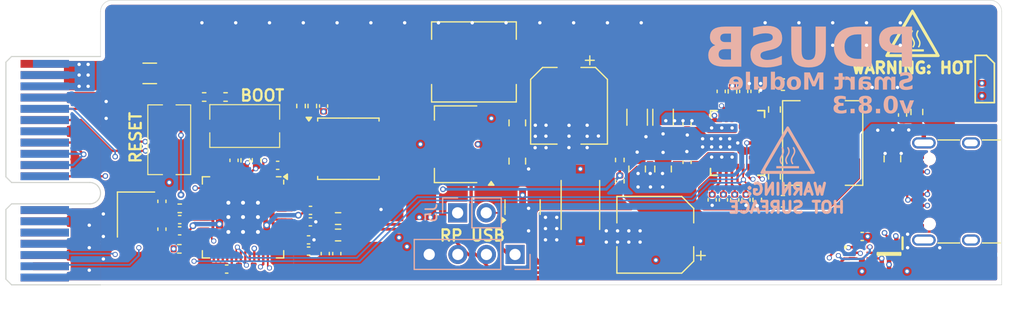
<source format=kicad_pcb>
(kicad_pcb (version 20240108) (generator "pcbnew") (generator_version "8.0")
  (title_block (date "2024-06-29") (rev "v0.8.3"))
  (layers (0 "F.Cu" signal) (1 "In1.Cu" power) (2 "In2.Cu" power) (31 "B.Cu" signal) (34 "B.Paste" user) (35 "F.Paste" user) (36 "B.SilkS" user "B.Silkscreen") (37 "F.SilkS" user "F.Silkscreen") (38 "B.Mask" user) (39 "F.Mask" user) (44 "Edge.Cuts" user))
  (net 0 "")
  (net 1 "VCC")
  (net 2 "GND")
  (net 3 "Net-(C3-Pad1)")
  (net 4 "VIN")
  (net 5 "IMON")
  (net 6 "VBUS")
  (net 7 "Net-(U4-ICOMP)")
  (net 8 "GNDUSB")
  (net 9 "D-")
  (net 10 "D+")
  (net 11 "CC1")
  (net 12 "CC2")
  (net 13 "Net-(C18-Pad1)")
  (net 14 "LED_DIN")
  (net 15 "+5V")
  (net 16 "Net-(C23-Pad2)")
  (net 17 "SCL")
  (net 18 "ENABLE")
  (net 19 "SDA")
  (net 20 "VDD")
  (net 21 "OVERLOAD")
  (net 22 "ALERT")
  (net 24 "/INDUCTOR")
  (net 25 "/OUTDUCTOR")
  (net 26 "/EMI_VIN")
  (net 27 "/XIN")
  (net 28 "+1V1")
  (net 29 "RP_D-")
  (net 30 "MPQ_D+")
  (net 31 "/SWCLK")
  (net 32 "/SWD")
  (net 33 "/QSPI_SS")
  (net 34 "/XOUT")
  (net 35 "/QSPI_SD1")
  (net 36 "/QSPI_SD2")
  (net 37 "/QSPI_SD3")
  (net 38 "/QSPI_SD0")
  (net 39 "/QSPI_SCLK")
  (net 40 "/GPIO18")
  (net 41 "/GPIO15")
  (net 42 "/GPIO7")
  (net 43 "/GPIO25")
  (net 44 "/GPIO3")
  (net 45 "/GPIO11")
  (net 46 "/GPIO2")
  (net 47 "/GPIO0")
  (net 48 "/RUN")
  (net 49 "/GPIO8")
  (net 50 "/GPIO16")
  (net 51 "/GPIO20")
  (net 52 "/GPIO19")
  (net 53 "/GPIO14")
  (net 54 "/GPIO17")
  (net 55 "Net-(U4-BST1)")
  (net 56 "/GPIO6")
  (net 57 "/GPIO13")
  (net 58 "/GPIO10")
  (net 59 "/GPIO21")
  (net 60 "/GPIO23")
  (net 61 "/GPIO9")
  (net 62 "Net-(U3-USB_DP)")
  (net 63 "Net-(U3-USB_DM)")
  (net 65 "/VIN_PREFUSE")
  (net 66 "Net-(U4-BST2)")
  (net 67 "VIN_DIVIDER")
  (net 68 "VOUT_DIVIDER")
  (net 69 "RP_D+")
  (net 70 "MPQ_D-")
  (net 71 "Net-(J4-SHIELD)")
  (net 80 "unconnected-(J2-~{WAKE}-PadB11)")
  (net 85 "Net-(J5-Pin_2)")
  (net 86 "Net-(R4-Pad1)")
  (net 87 "/GPIO27_ADC1")
  (net 88 "Net-(R1-Pad2)")
  (net 89 "+3.3V")
  (net 91 "Net-(U4-GPIO1)")
  (footprint "Capacitor_SMD:C_0402_1005Metric" (layer "F.Cu") (at 92.1 33.1 90)
    (property "Reference" "C7" (hide yes))
    (property "Value" "2.2uF")
  )
  (footprint "Connector_USB:USB_C_Receptacle_XKB_U262-16XN-4BVC11" (layer "F.Cu") (at 110.2 42 90)
    (property "Reference" "J4" (hide yes))
    (property "Value" "USB_C_Receptacle_USB2.0_14P")
  )
  (footprint "Resistor_SMD:R_0603_1608Metric" (layer "F.Cu") (at 106.47 34.93 90)
    (property "Reference" "R18" (hide yes))
    (property "Value" "100K")
  )
  (footprint "Capacitor_SMD:C_1206_3216Metric" (layer "F.Cu") (at 81.64 35.4 -90)
    (property "Reference" "C13" (hide yes))
    (property "Value" "4.7uF")
  )
  (footprint "Resistor_SMD:R_0402_1005Metric" (layer "F.Cu") (at 51.8 34.4 -90)
    (property "Reference" "R1" (hide yes))
    (property "Value" "1K")
  )
  (footprint "Capacitor_SMD:C_0402_1005Metric" (layer "F.Cu") (at 41.03 44.5 180)
    (property "Reference" "C25" (hide yes))
    (property "Value" "100nF")
  )
  (footprint "Local Library:XKB_TS-1101_SWITCH" (layer "F.Cu") (at 46.8 36.18)
    (property "Reference" "SW1" (hide yes))
    (property "Value" "RESET")
  )
  (footprint "Package_TO_SOT_SMD:SOT-23" (layer "F.Cu") (at 71.46791 43.388492 90)
    (property "Reference" "Q1" (hide yes))
    (property "Value" "2N7002")
  )
  (footprint "Inductor_SMD:L_Sunlord_MWSA0603S" (layer "F.Cu") (at 98.11 37.69 -90)
    (property "Reference" "L2" (hide yes))
    (property "Value" "4.7uH")
  )
  (footprint "Resistor_SMD:R_0402_1005Metric" (layer "F.Cu") (at 80.1 39.2 90)
    (property "Reference" "R17" (hide yes))
    (property "Value" "3.3K")
  )
  (footprint "Capacitor_SMD:C_0402_1005Metric" (layer "F.Cu") (at 86.07 36 -90)
    (property "Reference" "C14" (hide yes))
    (property "Value" "100nF")
  )
  (footprint "Resistor_SMD:R_0402_1005Metric" (layer "F.Cu") (at 41 47.1)
    (property "Reference" "R4" (hide yes))
    (property "Value" "1K")
  )
  (footprint "Capacitor_SMD:C_0402_1005Metric" (layer "F.Cu") (at 39.45 45.35 -90)
    (property "Reference" "C3" (hide yes))
    (property "Value" "39pF")
  )
  (footprint "Capacitor_SMD:C_0402_1005Metric" (layer "F.Cu") (at 91.3 42.75 -90)
    (property "Reference" "C33" (hide yes))
    (property "Value" "470pF")
  )
  (footprint "Local Library:HOT_SURFACE_SMALL" (layer "F.Cu") (at 106.25 30.15)
    (property "Reference" "REF**" (hide yes))
    (property "Value" "HOT_SURFACE_SMALL")
  )
  (footprint "Resistor_SMD:R_0402_1005Metric" (layer "F.Cu") (at 92.3 42.75 -90)
    (property "Reference" "R5" (hide yes))
    (property "Value" "10K")
  )
  (footprint "Capacitor_SMD:CP_Elec_6.3x7.7" (layer "F.Cu") (at 83.25 45.85 180)
    (property "Reference" "C29" (hide yes))
    (property "Value" "100uF")
  )
  (footprint "Capacitor_SMD:C_0402_1005Metric" (layer "F.Cu") (at 54.975 47.525 90)
    (property "Reference" "C30" (hide yes))
    (property "Value" "100nF")
  )
  (footprint "Capacitor_SMD:C_0402_1005Metric" (layer "F.Cu") (at 101.62 46)
    (property "Reference" "C36" (hide yes))
    (property "Value" "470pF")
  )
  (footprint "Package_TO_SOT_SMD:SOT-223-3_TabPin2" (layer "F.Cu") (at 65.55 37.8 180)
    (property "Reference" "U1" (hide yes))
    (property "Value" "AMS1117-3.3")
  )
  (footprint "Resistor_SMD:R_0603_1608Metric" (layer "F.Cu") (at 93.83 34.71 90)
    (property "Reference" "R7" (hide yes))
    (property "Value" "10R")
  )
  (footprint "Capacitor_SMD:C_0402_1005Metric" (layer "F.Cu") (at 52.47 47.3)
    (property "Reference" "C16" (hide yes))
    (property "Value" "2.2uF")
  )
  (footprint "Capacitor_SMD:C_0402_1005Metric" (layer "F.Cu") (at 52.64 43.68)
    (property "Reference" "C6" (hide yes))
    (property "Value" "100nF")
  )
  (footprint "Capacitor_SMD:C_0402_1005Metric" (layer "F.Cu") (at 52.63 44.7)
    (property "Reference" "C15" (hide yes))
    (property "Value" "100nF")
  )
  (footprint "Capacitor_SMD:C_0402_1005Metric" (layer "F.Cu") (at 41.025 45.5 180)
    (property "Reference" "C9" (hide yes))
    (property "Value" "100nF")
  )
  (footprint "Capacitor_SMD:C_0805_2012Metric" (layer "F.Cu") (at 71 35.9 -90)
    (property "Reference" "C1" (hide yes))
    (property "Value" "10uF")
  )
  (footprint "Resistor_SMD:R_0402_1005Metric" (layer "F.Cu") (at 47.85 39.23 -90)
    (property "Reference" "R11" (hide yes))
    (property "Value" "10K")
  )
  (footprint "Resistor_SMD:R_0402_1005Metric" (layer "F.Cu") (at 80.1 41.09 90)
    (property "Reference" "R16" (hide yes))
    (property "Value" "22K")
  )
  (footprint "Local Library:TS3USB3000RSER" (layer "F.Cu") (at 101.6 47.7)
    (property "Reference" "U5" (hide yes))
    (property "Value" "TS3USB3000RSER" (hide yes))
  )
  (footprint "Resistor_SMD:R_0402_1005Metric" (layer "F.Cu") (at 43.2 33.6)
    (property "Reference" "R14" (hide yes))
    (property "Value" "22K")
  )
  (footprint "Capacitor_SMD:C_0402_1005Metric" (layer "F.Cu") (at 49.725 39.675)
    (property "Reference" "C17" (hide yes))
    (property "Value" "100nF")
  )
  (footprint "Capacitor_SMD:C_0402_1005Metric" (layer "F.Cu") (at 86.07 39.4 90)
    (property "Reference" "C26" (hide yes))
    (property "Value" "100nF")
  )
  (footprint "Capacitor_SMD:C_0402_1005Metric" (layer "F.Cu") (at 105.2 35.2 90)
    (property "Reference" "C35" (hide yes))
    (property "Value" "100nF")
  )
  (footprint "Connector_PCBEdge:BUS_PCIexpress_x1" (layer "F.Cu") (at 29.05 30.65 -90)
    (property "Reference" "J2" (hide yes))
    (property "Value" "Bus_PCI_Express_x1")
    (fp_line (start -0.15 3.45) (end 10.05 3.45) (stroke (width 0.1)) (layer "Edge.Cuts"))
    (fp_line (start 12.95 3.45) (end 19.15 3.45) (stroke (width 0.1)) (layer "Edge.Cuts"))
    (fp_line (start -0.65 2.95) (end -0.15 3.45) (stroke (width 0.1)) (layer "Edge.Cuts"))
    (fp_line (start 10.55 2.95) (end 10.05 3.45) (stroke (width 0.1)) (layer "Edge.Cuts"))
    (fp_line (start 12.45 2.95) (end 12.95 3.45) (stroke (width 0.1)) (layer "Edge.Cuts"))
    (fp_line (start 19.65 2.95) (end 19.15 3.45) (stroke (width 0.1)) (layer "Edge.Cuts"))
    (fp_line (start 10.55 -4) (end 10.55 2.95) (stroke (width 0.1)) (layer "Edge.Cuts"))
    (fp_line (start 12.45 -4) (end 12.45 2.95) (stroke (width 0.1)) (layer "Edge.Cuts"))
    (fp_line (start -0.65 -4.95) (end -0.65 2.95) (stroke (width 0.1)) (layer "Edge.Cuts"))
    (fp_line (start 19.65 -4.95) (end 19.65 2.95) (stroke (width 0.1)) (layer "Edge.Cuts"))
    (fp_arc (start 10.55 -4) (mid 11.5 -4.95) (end 12.45 -4) (stroke (width 0.1)) (layer "Edge.Cuts"))
  )
  (footprint "Capacitor_SMD:C_0805_2012Metric" (layer "F.Cu") (at 104.3 39.1 -90)
    (property "Reference" "C28" (hide yes))
    (property "Value" "10uF")
  )
  (footprint "Capacitor_SMD:C_0402_1005Metric" (layer "F.Cu") (at 90.3 42.75 -90)
    (property "Reference" "C31" (hide yes))
    (property "Value" "470pF")
  )
  (footprint "Resistor_SMD:R_0402_1005Metric" (layer "F.Cu") (at 46.85 39.23 -90)
    (property "Reference" "R13" (hide yes))
    (property "Value" "10K")
  )
  (footprint "Capacitor_SMD:C_0805_2012Metric" (layer "F.Cu") (at 81.64 40 90)
    (property "Reference" "C21" (hide yes))
    (property "Value" "10uF")
  )
  (footprint "Local Library:MPQ4242_QNF-22_4mmx5mm" (layer "F.Cu") (at 90.55 37.685)
    (property "Reference" "U4" (hide yes))
    (property "Value" "MPQ4242")
  )
  (footprint "Fuse:Fuse_1206_3216Metric" (layer "F.Cu") (at 38.37 31.5 180)
    (property "Reference" "F1" (hide yes))
    (property "Value" "5A")
  )
  (footprint "Capacitor_SMD:C_0402_1005Metric" (layer "F.Cu") (at 89.3 42.75 -90)
    (property "Reference" "C32" (hide yes))
    (property "Value" "470pF")
  )
  (footprint "Capacitor_SMD:C_0805_2012Metric" (layer "F.Cu") (at 83.94 40 90)
    (property "Reference" "C24" (hide yes))
    (property "Value" "10uF")
  )
  (footprint "Capacitor_SMD:C_0402_1005Metric" (layer "F.Cu") (at 88.3 42.75 -90)
    (property "Reference" "C34" (hide yes))
    (property "Value" "470pF")
  )
  (footprint "Capacitor_SMD:C_0402_1005Metric" (layer "F.Cu") (at 91.1 33.1 90)
    (property "Reference" "C8" (hide yes))
    (property "Value" "470pF")
  )
  (footprint "Capacitor_SMD:CP_Elec_6.3x7.7" (layer "F.Cu") (at 75.59 34.38 -90)
    (property "Reference" "C11" (hide yes))
    (property "Value" "100uF")
  )
  (footprint "Package_DFN_QFN:QFN-56-1EP_7x7mm_P0.4mm_EP3.2x3.2mm" (layer "F.Cu") (at 46.65 44.3 -90)
    (property "Reference" "U3" (hide yes))
    (property "Value" "RP2040")
  )
  (footprint "Crystal:Crystal_SMD_3225-4Pin_3.2x2.5mm" (layer "F.Cu") (at 37.15 44.05 -90)
    (property "Reference" "Y1" (hide yes))
    (property "Value" "X322512MSB4SI")
  )
  (footprint "Capacitor_SMD:C_0805_2012Metric" (layer "F.Cu") (at 71 39.3 -90)
    (property "Reference" "C4" (hide yes))
    (property "Value" "10uF")
  )
  (footprint "Resistor_SMD:R_0402_1005Metric" (layer "F.Cu") (at 52.8 34.4 -90)
    (property "Reference" "R2" (hide yes))
    (property "Value" "10K")
  )
  (footprint "Resistor_SMD:R_0402_1005Metric" (layer "F.Cu") (at 90.1 33.1 -90)
    (property "Reference" "R8" (hide yes))
    (property "Value" "4.7K")
  )
  (footprint "Resistor_SMD:R_0603_1608Metric" (layer "F.Cu") (at 93.83 40.66 90)
    (property "Reference" "R12" (hide yes))
    (property "Value" "0R")
  )
  (footprint "Local Library:LED_Neopixel_Side_Light_SK6812" (layer "F.Cu") (at 112.25 33.5 90)
    (property "Reference" "D2" (hide yes))
    (property "Value" "STATUS_LED")
  )
  (footprint "Capacitor_SMD:C_0603_1608Metric" (layer "F.Cu") (at 94.58 42.87 180)
    (property "Reference" "C23" (hide yes))
    (property "Value" "220nF")
  )
  (footprint "Capacitor_SMD:C_1206_3216Metric" (layer "F.Cu") (at 83.94 35.4 -90)
    (property "Reference" "C12" (hide yes))
    (property "Value" "4.7uF")
  )
  (footprint "Capacitor_SMD:C_0402_1005Metric" (layer "F.Cu") (at 45.2 48.9 180)
    (property "Reference" "C20" (hide yes))
    (property "Value" "100nF")
  )
  (footprint "Resistor_SMD:R_0603_1608Metric" (layer "F.Cu") (at 55.09 45.87 180)
    (property "Reference" "R10" (hide yes))
    (property "Value" "27R")
  )
  (footprint "Capacitor_SMD:C_0402_1005Metric" (layer "F.Cu") (at 52.47 46.3)
    (property "Reference" "C10" (hide yes))
    (property "Value" "2.2uF")
  )
  (footprint "Resistor_SMD:R_2512_6332Metric" (layer "F.Cu") (at 76.6 43.2 -90)
    (property "Reference" "R6" (hide yes))
    (property "Value" "R010")
  )
  (footprint "Capacitor_SMD:C_0402_1005Metric" (layer "F.Cu") (at 53.95 47.525 90)
    (property "Reference" "C27" (hide yes))
    (property "Value" "100nF")
  )
  (footprint "Package_SO:SOIC-8_5.23x5.23mm_P1.27mm" (layer "F.Cu") (at 56 38.2)
    (property "Reference" "U2" (hide yes))
    (property "Value" "W25Q32JVSSIQ")
  )
  (footprint "Resistor_SMD:R_0603_1608Metric" (layer "F.Cu") (at 55.09 44.41 180)
    (property "Reference" "R9" (hide yes))
    (property "Value" "27R")
  )
  (footprint "Resistor_SMD:R_0402_1005Metric" (layer "F.Cu") (at 45.1 33.6)
    (property "Reference" "R15" (hide yes))
    (property "Value" "2K")
  )
  (footprint "Local Library:XKB_TS-1101_SWITCH" (layer "F.Cu") (at 40.1 37.4 -90)
    (property "Reference" "SW2" (hide yes))
    (property "Value" "RESET")
  )
  (footprint "Capacitor_SMD:C_0402_1005Metric" (layer "F.Cu") (at 53.8 34.4 90)
    (property "Reference" "C5" (hide yes))
    (property "Value" "100nF")
  )
  (footprint "Capacitor_SMD:C_0603_1608Metric" (layer "F.Cu") (at 94.58 32.5)
    (property "Reference" "C18" (hide yes))
    (property "Value" "220nF")
  )
  (footprint "Capacitor_SMD:C_0402_1005Metric" (layer "F.Cu") (at 89.1 33.1 -90)
    (property "Reference" "C19" (hide yes))
    (property "Value" "4.7nF")
  )
  (footprint "Local Library:SOT65P210X110-6N" (layer "F.Cu") (at 104 47.55 -90)
    (property "Reference" "D1" (hide yes))
    (property "Value" "SZESD1L001W1T2G" (hide yes))
  )
  (footprint "Inductor_SMD:L_Sunlord_MWSA0603S" (layer "F.Cu") (at 67.15 30.48)
    (property "Reference" "L1" (hide yes))
    (property "Value" "4.7uH")
  )
  (footprint "Resistor_SMD:R_0402_1005Metric" (layer "F.Cu") (at 41.03 43.5 180)
    (property "Reference" "R3" (hide yes))
    (property "Value" "1K")
  )
  (footprint "Capacitor_SMD:C_0402_1005Metric" (layer "F.Cu") (at 45.85 39.23 90)
    (property "Reference" "C22" (hide yes))
    (property "Value" "100nF")
  )
  (footprint "Capacitor_SMD:C_0402_1005Metric" (layer "F.Cu") (at 39.45 42.875 90)
    (property "Reference" "C2" (hide yes))
    (property "Value" "39pF")
  )
  (footprint "Local Library:HOT_SURFACE_SMALL" (layer "B.Cu") (at 94.832759 40.534249 180)
    (property "Reference" "REF**" (hide yes))
    (property "Value" "HOT_SURFACE_SMALL")
  )
  (footprint "Connector_PinHeader_2.54mm:PinHeader_1x02_P2.54mm_Vertical" (layer "B.Cu") (at 65.7 43.9 -90)
    (property "Reference" "J5")
    (property "Value" "USB_SW")
  )
  (footprint "Connector_PinHeader_2.54mm:PinHeader_1x04_P2.54mm_Vertical" (layer "B.Cu") (at 70.8 47.6 90)
    (property "Reference" "J3" (hide yes))
    (property "Value" "RP_USB")
  )
  (gr_arc (start 34 26) (mid 34.292893 25.292893) (end 35 25) (stroke (width 0.05)) (layer "Edge.Cuts"))
  (gr_arc (start 113 25) (mid 113.707107 25.292893) (end 114 26) (stroke (width 0.05)) (layer "Edge.Cuts"))
  (gr_line (start 35 25) (end 113 25) (stroke (width 0.05)) (layer "Edge.Cuts"))
  (gr_line (start 114 26) (end 114 50.3) (stroke (width 0.05)) (layer "Edge.Cuts"))
  (gr_line (start 114 50.3) (end 34 50.3) (stroke (width 0.05)) (layer "Edge.Cuts"))
  (gr_line (start 34 26) (end 34 30) (stroke (width 0.05)) (layer "Edge.Cuts"))
  (gr_text "WARNING:\nHOT SURFACE" (at 94.9 44 0) (layer "B.SilkS") (effects (font (size 1 1) (thickness 0.25) (bold yes)) (justify bottom mirror)))
  (gr_text "${REVISION}" (at 106.25 35.3 0) (layer "B.SilkS") (effects (font (size 1.5 1.5) (thickness 0.3) (bold yes)) (justify left bottom mirror)))
  (gr_text "Smart Module" (at 106.25 33.2 0) (layer "B.SilkS") (effects (font (size 1.5 1.5) (thickness 0.3) (bold yes)) (justify left bottom mirror)))
  (gr_text "PDUSB" (at 106.5 31.5 0) (layer "B.SilkS") (effects (font (size 3.5 3.5) (thickness 0.2) (bold yes)) (justify left bottom mirror)))
  (gr_text "BOOT" (at 46.3 34.05 0) (layer "F.SilkS") (effects (font (size 1 1) (thickness 0.2) (bold yes)) (justify left bottom)))
  (gr_text "RP USB" (at 64 46.5 -0) (layer "F.SilkS") (effects (font (size 1 1) (thickness 0.2) (bold yes)) (justify left bottom)))
  (gr_text "WARNING: HOT" (at 106.05 31.6 0) (layer "F.SilkS") (effects (font (size 1 1) (thickness 0.25) (bold yes)) (justify bottom)))
  (gr_text "RESET" (at 37.7 39.6 90) (layer "F.SilkS") (effects (font (size 1 1) (thickness 0.2) (bold yes)) (justify left bottom)))
  (segment (start 91.05 35.36) (end 91.05 34.63) (width 0.25) (layer "F.Cu") (net 1))
  (segment (start 91.05 34.63) (end 92.1 33.58) (width 0.25) (layer "F.Cu") (net 1))
  (segment (start 83.94 36.875) (end 83.94 36.88) (width 0.2) (layer "F.Cu") (net 2))
  (segment (start 81.64 38.525) (end 81.64 38.5) (width 0.2) (layer "F.Cu") (net 2))
  (segment (start 86.07 36.96) (end 86.09 36.98) (width 0.2) (layer "F.Cu") (net 2))
  (segment (start 89.13 34.38) (end 89.13 34.39) (width 0.25) (layer "F.Cu") (net 2))
  (segment (start 86.07 38.45) (end 86.05 38.45) (width 0.2) (layer "F.Cu") (net 2))
  (segment (start 86.07 36.95) (end 86.07 36.96) (width 0.2) (layer "F.Cu") (net 2))
  (segment (start 89.55 34.81) (end 89.55 35.36) (width 0.25) (layer "F.Cu") (net 2))
  (segment (start 89.13 34.39) (end 89.55 34.81) (width 0.25) (layer "F.Cu") (net 2))
  (via (at 105.6 49.1) (size 0.5) (drill 0.3) (layers "F.Cu" "B.Cu") (net 2))
  (via (at 45.35 45.6) (size 0.6) (drill 0.35) (layers "F.Cu" "B.Cu") (net 2))
  (via (at 92.6 32.4) (size 0.45) (drill 0.3) (layers "F.Cu" "B.Cu") (net 2))
  (via (at 72.6 36.11) (size 0.5) (drill 0.3) (layers "F.Cu" "B.Cu") (net 2))
  (via (at 52.95 46.3) (size 0.5) (drill 0.3) (layers "F.Cu" "B.Cu") (net 2))
  (via (at 99 29) (size 0.5) (drill 0.3) (layers "F.Cu" "B.Cu") (net 2))
  (via (at 105 27) (size 0.5) (drill 0.3) (layers "F.Cu" "B.Cu") (net 2))
  (via (at 99 27) (size 0.5) (drill 0.3) (layers "F.Cu" "B.Cu") (net 2))
  (via (at 52 27) (size 0.5) (drill 0.3) (layers "F.Cu" "B.Cu") (net 2))
  (via (at 70 27) (size 0.5) (drill 0.3) (layers "F.Cu" "B.Cu") (net 2))
  (via (at 91.6 32.4) (size 0.45) (drill 0.3) (layers "F.Cu" "B.Cu") (net 2))
  (via (at 86.09 36.98) (size 0.5) (drill 0.3) (layers "F.Cu" "B.Cu") (net 2))
  (via (at 67 27) (size 0.5) (drill 0.3) (layers "F.Cu" "B.Cu") (net 2))
  (via (at 72 45.5) (size 0.5) (drill 0.3) (layers "F.Cu" "B.Cu") (net 2))
  (via (at 73 27) (size 0.5) (drill 0.3) (layers "F.Cu" "B.Cu") (net 2))
  (via (at 104.75 32.75) (size 0.45) (drill 0.3) (layers "F.Cu" "B.Cu") (net 2))
  (via (at 72 43.5) (size 0.5) (drill 0.3) (layers "F.Cu" "B.Cu") (net 2))
  (via (at 73.55 36.11) (size 0.5) (drill 0.3) (layers "F.Cu" "B.Cu") (net 2))
  (via (at 92.6 33) (size 0.45) (drill 0.3) (layers "F.Cu" "B.Cu") (net 2))
  (via (at 87.45 37.315) (size 0.45) (drill 0.3) (layers "F.Cu" "B.Cu") (net 2))
  (via (at 76 27) (size 0.5) (drill 0.3) (layers "F.Cu" "B.Cu") (net 2))
  (via (at 46.65 43) (size 0.6) (drill 0.35) (layers "F.Cu" "B.Cu") (net 2))
  (via (at 89.85 37.315) (size 0.45) (drill 0.3) (layers "F.Cu" "B.Cu") (net 2))
  (via (at 86.05 38.45) (size 0.5) (drill 0.3) (layers "F.Cu" "B.Cu") (net 2))
  (via (at 102 27) (size 0.5) (drill 0.3) (layers "F.Cu" "B.Cu") (net 2))
  (via (at 77.2 37.09) (size 0.5) (drill 0.3) (layers "F.Cu" "B.Cu") (net 2))
  (via (at 96 27) (size 0.5) (drill 0.3) (layers "F.Cu" "B.Cu") (net 2))
  (via (at 34.25 48) (size 0.5) (drill 0.3) (layers "F.Cu" "B.Cu") (net 2))
  (via (at 102.1 46) (size 0.5) (drill 0.3) (layers "F.Cu" "B.Cu") (net 2))
  (via (at 61 27) (size 0.5) (drill 0.3) (layers "F.Cu" "B.Cu") (net 2))
  (via (at 102.5 32.75) (size 0.45) (drill 0.3) (layers "F.Cu" "B.Cu") (net 2))
  (via (at 34.25 44) (size 0.5) (drill 0.3) (layers "F.Cu" "B.Cu") (net 2))
  (via (at 46 27) (size 0.5) (drill 0.3) (layers "F.Cu" "B.Cu") (net 2))
  (via (at 72.6 37.09) (size 0.5) (drill 0.3) (layers "F.Cu" "B.Cu") (net 2))
  (via (at 90.57 37.685) (size 0.45) (drill 0.3) (layers "F.Cu" "B.Cu") (net 2))
  (via (at 78.2 37.07) (size 0.5) (drill 0.3) (layers "F.Cu" "B.Cu") (net 2))
  (via (at 81.64 38.5) (size 0.5) (drill 0.3) (layers "F.Cu" "B.Cu") (net 2))
  (via (at 101.6 49.1) (size 0.5) (drill 0.3) (layers "F.Cu" "B.Cu") (net 2))
  (via (at 105 29) (size 0.5) (drill 0.3) (layers "F.Cu" "B.Cu") (net 2))
  (via (at 82 27) (size 0.5) (drill 0.3) (layers "F.Cu" "B.Cu") (net 2))
  (via (at 89.13 34.38) (size 0.45) (drill 0.3) (layers "F.Cu" "B.Cu") (net 2))
  (via (at 72.58 38.11) (size 0.5) (drill 0.3) (layers "F.Cu" "B.Cu") (net 2))
  (via (at 82.42 37.13) (size 0.5) (drill 0.3) (layers "F.Cu" "B.Cu") (net 2))
  (via (at 89.05 38.04) (size 0.45) (drill 0.3) (layers "F.Cu" "B.Cu") (net 2))
  (via (at 58 27) (size 0.5) (drill 0.3) (layers "F.Cu" "B.Cu") (net 2))
  (via (at 47.975 43) (size 0.6) (drill 0.35) (layers "F.Cu" "B.Cu") (net 2))
  (via (at 75.59 36.12) (size 0.5) (drill 0.3) (layers "F.Cu" "B.Cu") (net 2))
  (via (at 43 27) (size 0.5) (drill 0.3) (layers "F.Cu" "B.Cu") (net 2))
  (via (at 33 45) (size 0.5) (drill 0.3) (layers "F.Cu" "B.Cu") (net 2))
  (via (at 89.05 37.315) (size 0.45) (drill 0.3) (layers "F.Cu" "B.Cu") (net 2))
  (via (at 64 27) (size 0.5) (drill 0.3) (layers "F.Cu" "B.Cu") (net 2))
  (via (at 55 27) (size 0.5) (drill 0.3) (layers "F.Cu" "B.Cu") (net 2))
  (via (at 77.2 38.1) (size 0.5) (drill 0.3) (layers "F.Cu" "B.Cu") (net 2))
  (via (at 77.2 36.11) (size 0.5) (drill 0.3) (layers "F.Cu" "B.Cu") (net 2))
  (via (at 93 27) (size 0.5) (drill 0.3) (layers "F.Cu" "B.Cu") (net 2))
  (via (at 73.55 38.11) (size 0.5) (drill 0.3) (layers "F.Cu" "B.Cu") (net 2))
  (via (at 58.9 43.6) (size 0.5) (drill 0.3) (layers "F.Cu" "B.Cu") (net 2))
  (via (at 33 49) (size 0.5) (drill 0.3) (layers "F.Cu" "B.Cu") (net 2))
  (via (at 87.45 38.04) (size 0.45) (drill 0.3) (layers "F.Cu" "B.Cu") (net 2))
  (via (at 88.3 43.23) (size 0.45) (drill 0.3) (layers "F.Cu" "B.Cu") (net 2))
  (via (at 75.59 37.08) (size 0.5) (drill 0.3) (layers "F.Cu" "B.Cu") (net 2))
  (via (at 34.5 35.5) (size 0.5) (drill 0.3) (layers "F.Cu" "B.Cu") (net 2))
  (via (at 88.25 37.315) (size 0.45) (drill 0.3) (layers "F.Cu" "B.Cu") (net 2))
  (via (at 73.54 37.08) (size 0.5) (drill 0.3) (layers "F.Cu" "B.Cu") (net 2))
  (via (at 34.5 34) (size 0.5) (drill 0.3) (layers "F.Cu" "B.Cu") (net 2))
  (via (at 47.975 44.275) (size 0.6) (drill 0.35) (layers "F.Cu" "B.Cu") (net 2))
  (via (at 46.65 45.6) (size 0.6) (drill 0.35) (layers "F.Cu" "B.Cu") (net 2))
  (via (at 47.975 45.6) (size 0.6) (drill 0.35) (layers "F.Cu" "B.Cu") (net 2))
  (via (at 88.25 38.04) (size 0.45) (drill 0.3) (layers "F.Cu" "B.Cu") (net 2))
  (via (at 92.3 43.26) (size 0.5) (drill 0.3) (layers "F.Cu" "B.Cu") (net 2))
  (via (at 53.11 44.7) (size 0.5) (drill 0.3) (layers "F.Cu" "B.Cu") (net 2))
  (via (at 83.94 38.525) (size 0.5) (drill 0.3) (layers "F.Cu" "B.Cu") (net 2))
  (via (at 45.35 43) (size 0.6) (drill 0.35) (layers "F.Cu" "B.Cu") (net 2))
  (via (at 102 29) (size 0.5) (drill 0.3) (layers "F.Cu" "B.Cu") (net 2))
  (via (at 33 47) (size 0.5) (drill 0.3) (layers "F.Cu" "B.Cu") (net 2))
  (via (at 79 27) (size 0.5) (drill 0.3) (layers "F.Cu" "B.Cu") (net 2))
  (via (at 45.35 44.275) (size 0.6) (drill 0.35) (layers "F.Cu" "B.Cu") (net 2))
  (via (at 91.3 43.23) (size 0.45) (drill 0.3) (layers "F.Cu" "B.Cu") (net 2))
  (via (at 83.3 48.1) (size 0.5) (drill 0.3) (layers "F.Cu" "B.Cu") (net 2))
  (via (at 46.65 44.275) (size 0.6) (drill 0.35) (layers "F.Cu" "B.Cu") (net 2))
  (via (at 49 27) (size 0.5) (drill 0.3) (layers "F.Cu" "B.Cu") (net 2))
  (via (at 75.58 38.1) (size 0.5) (drill 0.3) (layers "F.Cu" "B.Cu") (net 2))
  (via (at 76.6 40) (size 0.5) (drill 0.3) (layers "F.Cu" "B.Cu") (net 2))
  (via (at 89.85 38.04) (size 0.45) (drill 0.3) (layers "F.Cu" "B.Cu") (net 2))
  (via (at 72 40) (size 0.5) (drill 0.3) (layers "F.Cu" "B.Cu") (net 2))
  (via (at 83.94 36.88) (size 0.5) (drill 0.3) (layers "F.Cu" "B.Cu") (net 2))
  (via (at 34.25 46) (size 0.5) (drill 0.3) (layers "F.Cu" "B.Cu") (net 2))
  (segment (start 39.45 44.87) (end 39.45 44.51) (width 0.15) (layer "F.Cu") (net 3))
  (segment (start 40.46 43.5) (end 40.52 43.5) (width 0.15) (layer "F.Cu") (net 3))
  (segment (start 39.45 44.87) (end 38.28 44.87) (width 0.15) (layer "F.Cu") (net 3))
  (segment (start 38.28 44.87) (end 38 45.15) (width 0.15) (layer "F.Cu") (net 3))
  (segment (start 39.45 44.51) (end 40.46 43.5) (width 0.15) (layer "F.Cu") (net 3))
  (segment (start 42.69 33.6) (end 42.69 32.91) (width 0.4) (layer "F.Cu") (net 4))
  (segment (start 47.65 47.065746) (end 47.648669 47.064415) (width 0.2) (layer "F.Cu") (net 5))
  (segment (start 47.65 47.7375) (end 47.65 47.065746) (width 0.2) (layer "F.Cu") (net 5))
  (segment (start 90.1 32.6) (end 90.1 32.59) (width 0.25) (layer "F.Cu") (net 5))
  (segment (start 89.1 33.58) (end 89.11 33.58) (width 0.25) (layer "F.Cu") (net 5))
  (segment (start 90.09 32.6) (end 90.1 32.6) (width 0.25) (layer "F.Cu") (net 5))
  (segment (start 89.11 33.58) (end 90.09 32.6) (width 0.25) (layer "F.Cu") (net 5))
  (segment (start 90.1 32.59) (end 90.1 32.59) (width 0.25) (layer "F.Cu") (net 5))
  (via (at 90.1 32.6) (size 0.5) (drill 0.3) (layers "F.Cu" "B.Cu") (net 5))
  (via (at 47.648669 47.064415) (size 0.5) (drill 0.3) (layers "F.Cu" "B.Cu") (net 5))
  (segment (start 81.25 40.95) (end 81.64 40.95) (width 0.25) (layer "F.Cu") (net 6))
  (segment (start 80.1 41.6) (end 80.6 41.6) (width 0.25) (layer "F.Cu") (net 6))
  (segment (start 80.6 41.6) (end 81.25 40.95) (width 0.25) (layer "F.Cu") (net 6))
  (via (at 83.9 41.6) (size 0.5) (drill 0.3) (layers "F.Cu" "B.Cu") (net 6))
  (via (at 83.89 40.4) (size 0.5) (drill 0.3) (layers "F.Cu" "B.Cu") (net 6))
  (via (at 81.72 40.4) (size 0.5) (drill 0.3) (layers "F.Cu" "B.Cu") (net 6))
  (via (at 88.25 38.94) (size 0.45) (drill 0.3) (layers "F.Cu" "B.Cu") (net 6))
  (via (at 82.82 41.6) (size 0.5) (drill 0.3) (layers "F.Cu" "B.Cu") (net 6))
  (via (at 82.8 40.4) (size 0.5) (drill 0.3) (layers "F.Cu" "B.Cu") (net 6))
  (via (at 90.07 38.94) (size 0.45) (drill 0.3) (layers "F.Cu" "B.Cu") (net 6))
  (via (at 89.15 38.94) (size 0.45) (drill 0.3) (layers "F.Cu" "B.Cu") (net 6))
  (via (at 81.72 41.6) (size 0.5) (drill 0.3) (layers "F.Cu" "B.Cu") (net 6))
  (segment (start 90.55 34.13) (end 90.55 35.36) (width 0.25) (layer "F.Cu") (net 7))
  (segment (start 91.1 33.58) (end 90.55 34.13) (width 0.25) (layer "F.Cu") (net 7))
  (segment (start 88.5 35.25) (end 88.5 35.485) (width 0.3) (layer "F.Cu") (net 8))
  (segment (start 107.045 45.565) (end 107.935 45.565) (width 0.2) (layer "F.Cu") (net 8))
  (segment (start 88.5 35.485) (end 88.7 35.685) (width 0.3) (layer "F.Cu") (net 8))
  (segment (start 106.53 45.05) (end 107.045 45.565) (width 0.2) (layer "F.Cu") (net 8))
  (via (at 88.5 35.25) (size 0.5) (drill 0.3) (layers "F.Cu" "B.Cu") (net 8))
  (via (at 108.5 47) (size 0.6) (drill 0.3) (layers "F.Cu" "B.Cu") (net 8))
  (via (at 73.5 44.3) (size 0.5) (drill 0.3) (layers "F.Cu" "B.Cu") (net 8))
  (via (at 78.9 46.5) (size 0.5) (drill 0.3) (layers "F.Cu" "B.Cu") (net 8))
  (via (at 80.9 45.5) (size 0.5) (drill 0.3) (layers "F.Cu" "B.Cu") (net 8))
  (via (at 81.9 46.5) (size 0.5) (drill 0.3) (layers "F.Cu" "B.Cu") (net 8))
  (via (at 79.9 46.5) (size 0.5) (drill 0.3) (layers "F.Cu" "B.Cu") (net 8))
  (via (at 74.5 46.3) (size 0.5) (drill 0.3) (layers "F.Cu" "B.Cu") (net 8))
  (via (at 73.5 46.3) (size 0.5) (drill 0.3) (layers "F.Cu" "B.Cu") (net 8))
  (via (at 104.33 36.53) (size 0.5) (drill 0.3) (layers "F.Cu" "B.Cu") (net 8))
  (via (at 78.9 45.5) (size 0.5) (drill 0.3) (layers "F.Cu" "B.Cu") (net 8))
  (via (at 74.5 44.3) (size 0.5) (drill 0.3) (layers "F.Cu" "B.Cu") (net 8))
  (via (at 74.5 45.3) (size 0.5) (drill 0.3) (layers "F.Cu" "B.Cu") (net 8))
  (via (at 81.9 45.5) (size 0.5) (drill 0.3) (layers "F.Cu" "B.Cu") (net 8))
  (via (at 76.6 46.4) (size 0.5) (drill 0.3) (layers "F.Cu" "B.Cu") (net 8))
  (via (at 105.65 45.8) (size 0.6) (drill 0.3) (layers "F.Cu" "B.Cu") (net 8))
  (via (at 105.08 38.62) (size 0.5) (drill 0.3) (layers "F.Cu" "B.Cu") (net 8))
  (via (at 73.5 45.3) (size 0.5) (drill 0.3) (layers "F.Cu" "B.Cu") (net 8))
  (via (at 80.9 46.5) (size 0.5) (drill 0.3) (layers "F.Cu" "B.Cu") (net 8))
  (via (at 103.65 38.62) (size 0.5) (drill 0.3) (layers "F.Cu" "B.Cu") (net 8))
  (via (at 105.75 36.53) (size 0.5) (drill 0.3) (layers "F.Cu" "B.Cu") (net 8))
  (via (at 103 36.55) (size 0.5) (drill 0.3) (layers "F.Cu" "B.Cu") (net 8))
  (via (at 79.9 45.5) (size 0.5) (drill 0.3) (layers "F.Cu" "B.Cu") (net 8))
  (via (at 105.65 47) (size 0.6) (drill 0.3) (layers "F.Cu" "B.Cu") (net 8))
  (segment (start 105.615 41.905) (end 105.76 41.76) (width 0.2) (layer "F.Cu") (net 9))
  (segment (start 103.35 47.95) (end 103.35 48.5) (width 0.2) (layer "F.Cu") (net 9))
  (segment (start 105.76 41.76) (end 106.52 41.76) (width 0.2) (layer "F.Cu") (net 9))
  (segment (start 105.615 42.685) (end 105.615 41.905) (width 0.2) (layer "F.Cu") (net 9))
  (segment (start 105.68 42.75) (end 105.615 42.685) (width 0.2) (layer "F.Cu") (net 9))
  (segment (start 103.35 47.95) (end 102.275 47.95) (width 0.2) (layer "F.Cu") (net 9))
  (segment (start 106.52 42.76) (end 106.51 42.75) (width 0.2) (layer "F.Cu") (net 9))
  (segment (start 106.51 42.75) (end 105.68 42.75) (width 0.2) (layer "F.Cu") (net 9))
  (via (at 105.68 42.75) (size 0.5) (drill 0.3) (layers "F.Cu" "B.Cu") (net 9))
  (via (at 103.35 47.95) (size 0.5) (drill 0.3) (layers "F.Cu" "B.Cu") (net 9))
  (segment (start 104.23 47.45) (end 102.275 47.45) (width 0.2) (layer "F.Cu") (net 10))
  (segment (start 104.65 46.01) (end 104.6 45.96) (width 0.2) (layer "F.Cu") (net 10))
  (segment (start 104.65 47.03) (end 104.23 47.45) (width 0.2) (layer "F.Cu") (net 10))
  (segment (start 107.27 41.26) (end 106.52 41.26) (width 0.2) (layer "F.Cu") (net 10))
  (segment (start 104.65 46.6) (end 104.65 47.03) (width 0.2) (layer "F.Cu") (net 10))
  (segment (start 104.65 46.6) (end 104.65 46.01) (width 0.2) (layer "F.Cu") (net 10))
  (segment (start 107.465 41.455) (end 107.27 41.26) (width 0.2) (layer "F.Cu") (net 10))
  (segment (start 107.4 42.25) (end 107.465 42.185) (width 0.2) (layer "F.Cu") (net 10))
  (segment (start 106.53 42.25) (end 106.52 42.26) (width 0.2) (layer "F.Cu") (net 10))
  (segment (start 107.465 42.185) (end 107.465 41.455) (width 0.2) (layer "F.Cu") (net 10))
  (segment (start 106.53 42.25) (end 107.4 42.25) (width 0.2) (layer "F.Cu") (net 10))
  (via (at 107.4 42.25) (size 0.5) (drill 0.3) (layers "F.Cu" "B.Cu") (net 10))
  (via (at 104.6 45.96) (size 0.5) (drill 0.3) (layers "F.Cu" "B.Cu") (net 10))
  (segment (start 91.3 41.917463) (end 90.55 41.167463) (width 0.2) (layer "F.Cu") (net 11))
  (segment (start 90.55 41.167463) (end 90.55 40.01) (width 0.2) (layer "F.Cu") (net 11))
  (segment (start 104 46.165) (end 104 46.6) (width 0.2) (layer "F.Cu") (net 11))
  (segment (start 107.4 43.25) (end 106.53 43.25) (width 0.2) (layer "F.Cu") (net 11))
  (segment (start 106.53 43.25) (end 106.52 43.26) (width 0.2) (layer "F.Cu") (net 11))
  (segment (start 91.3 42.27) (end 91.3 41.917463) (width 0.2) (layer "F.Cu") (net 11))
  (segment (start 103.6 45.678137) (end 103.6 45.765) (width 0.2) (layer "F.Cu") (net 11))
  (segment (start 103.6 45.765) (end 104 46.165) (width 0.2) (layer "F.Cu") (net 11))
  (via (at 91.3 42.27) (size 0.45) (drill 0.3) (layers "F.Cu" "B.Cu") (net 11))
  (via (at 107.4 43.25) (size 0.5) (drill 0.3) (layers "F.Cu" "B.Cu") (net 11))
  (via (at 103.6 45.678137) (size 0.5) (drill 0.3) (layers "F.Cu" "B.Cu") (net 11))
  (segment (start 107.399999 40.249999) (end 107.4 40.25) (width 0.2) (layer "F.Cu") (net 12))
  (segment (start 88.3 42.27) (end 88.3 41.9) (width 0.2) (layer "F.Cu") (net 12))
  (segment (start 107.4 40.25) (end 107.39 40.26) (width 0.2) (layer "F.Cu") (net 12))
  (segment (start 89 41.2) (end 89 40.01) (width 0.2) (layer "F.Cu") (net 12))
  (segment (start 107.39 40.26) (end 106.52 40.26) (width 0.2) (layer "F.Cu") (net 12))
  (segment (start 88.3 41.9) (end 89 41.2) (width 0.2) (layer "F.Cu") (net 12))
  (via (at 104 48.5) (size 0.5) (drill 0.3) (layers "F.Cu" "B.Cu") (net 12))
  (via (at 107.4 40.25) (size 0.5) (drill 0.3) (layers "F.Cu" "B.Cu") (net 12))
  (via (at 88.3 42.27) (size 0.45) (drill 0.3) (layers "F.Cu" "B.Cu") (net 12))
  (segment (start 93.83 32.525) (end 93.805 32.5) (width 0.6) (layer "F.Cu") (net 13))
  (segment (start 93.83 33.885) (end 93.83 32.525) (width 0.6) (layer "F.Cu") (net 13))
  (segment (start 48.45 39.375) (end 48.45 40.8625) (width 0.2) (layer "F.Cu") (net 14))
  (segment (start 48.575 39.25) (end 48.45 39.375) (width 0.2) (layer "F.Cu") (net 14))
  (via (at 48.575 39.25) (size 0.45) (drill 0.3) (layers "F.Cu" "B.Cu") (net 14))
  (via (at 112.25 33.5) (size 0.5) (drill 0.3) (layers "F.Cu" "B.Cu") (net 14))
  (segment (start 70.2 47.6) (end 70.8 47.6) (width 0.3) (layer "F.Cu") (net 15))
  (segment (start 32.5 38.7) (end 31.45 37.65) (width 0.2) (layer "F.Cu") (net 15))
  (segment (start 66.9 44.3) (end 70.2 47.6) (width 0.3) (layer "F.Cu") (net 15))
  (segment (start 66.9 37.3) (end 66.9 44.3) (width 0.3) (layer "F.Cu") (net 15))
  (segment (start 71 34.95) (end 70.25 34.95) (width 0.6) (layer "F.Cu") (net 15))
  (segment (start 68.7 35.5) (end 66.9 37.3) (width 0.3) (layer "F.Cu") (net 15))
  (segment (start 69.7 35.5) (end 68.7 35.5) (width 0.6) (layer "F.Cu") (net 15))
  (segment (start 70.25 34.95) (end 69.7 35.5) (width 0.6) (layer "F.Cu") (net 15))
  (segment (start 31.45 37.65) (end 29.05 37.65) (width 0.2) (layer "F.Cu") (net 15))
  (via (at 112.25 32.375) (size 0.5) (drill 0.3) (layers "F.Cu" "B.Cu") (net 15))
  (via (at 68.7 35.5) (size 0.5) (drill 0.3) (layers "F.Cu" "B.Cu") (net 15))
  (via (at 32.5 38.7) (size 0.5) (drill 0.3) (layers "F.Cu" "B.Cu") (net 15))
  (segment (start 32.45 38.65) (end 32.5 38.7) (width 0.2) (layer "B.Cu") (net 15))
  (segment (start 31.55 39.65) (end 29.05 39.65) (width 0.2) (layer "B.Cu") (net 15))
  (segment (start 32.5 38.7) (end 31.55 39.65) (width 0.2) (layer "B.Cu") (net 15))
  (segment (start 29.05 38.65) (end 32.45 38.65) (width 0.2) (layer "B.Cu") (net 15))
  (segment (start 93.83 42.845) (end 93.805 42.87) (width 0.6) (layer "F.Cu") (net 16))
  (segment (start 93.83 41.485) (end 93.83 42.845) (width 0.6) (layer "F.Cu") (net 16))
  (segment (start 37.966789 37.566789) (end 35.166789 37.566789) (width 0.2) (layer "F.Cu") (net 17))
  (segment (start 92.644413 40.89) (end 92.1 40.345587) (width 0.2) (layer "F.Cu") (net 17))
  (segment (start 92.75 40.89) (end 92.644413 40.89) (width 0.2) (layer "F.Cu") (net 17))
  (segment (start 35.166789 37.566789) (end 32.25 34.65) (width 0.2) (layer "F.Cu") (net 17))
  (segment (start 32.25 34.65) (end 29.05 34.65) (width 0.2) (layer "F.Cu") (net 17))
  (segment (start 47.05 39.45) (end 46.85 39.65) (width 0.2) (layer "F.Cu") (net 17))
  (segment (start 92.1 40.345587) (end 92.1 40.01) (width 0.2) (layer "F.Cu") (net 17))
  (segment (start 46.85 39.65) (end 46.85 40.8625) (width 0.2) (layer "F.Cu") (net 17))
  (via (at 37.966789 37.566789) (size 0.5) (drill 0.3) (layers "F.Cu" "B.Cu") (net 17))
  (via (at 92.75 40.89) (size 0.45) (drill 0.3) (layers "F.Cu" "B.Cu") (net 17))
  (via (at 47.05 39.45) (size 0.45) (drill 0.3) (layers "F.Cu" "B.Cu") (net 17))
  (segment (start 46.15 46.95) (end 46.05 47.05) (width 0.15) (layer "F.Cu") (net 18))
  (segment (start 46.05 47.05) (end 46.05 47.7375) (width 0.15) (layer "F.Cu") (net 18))
  (segment (start 92.2 37.685) (end 91.37 37.685) (width 0.3) (layer "F.Cu") (net 18))
  (via (at 46.15 46.95) (size 0.45) (drill 0.3) (layers "F.Cu" "B.Cu") (net 18))
  (via (at 91.37 37.685) (size 0.45) (drill 0.3) (layers "F.Cu" "B.Cu") (net 18))
  (via (at 71.46791 42.325) (size 0.5) (drill 0.3) (layers "F.Cu" "B.Cu") (net 18))
  (segment (start 71.29291 42.5) (end 62.15 42.5) (width 0.15) (layer "B.Cu") (net 18))
  (segment (start 88.015 40.925) (end 90.405 40.925) (width 0.15) (layer "B.Cu") (net 18))
  (segment (start 47.1 47.9) (end 46.15 46.95) (width 0.15) (layer "B.Cu") (net 18))
  (segment (start 71.46791 42.325) (end 71.64291 42.5) (width 0.15) (layer "B.Cu") (net 18))
  (segment (start 86.44 42.5) (end 88.015 40.925) (width 0.15) (layer "B.Cu") (net 18))
  (segment (start 91.37 39.96) (end 91.37 37.685) (width 0.15) (layer "B.Cu") (net 18))
  (segment (start 62.15 42.5) (end 56.75 47.9) (width 0.15) (layer "B.Cu") (net 18))
  (segment (start 90.405 40.925) (end 91.37 39.96) (width 0.15) (layer "B.Cu") (net 18))
  (segment (start 56.75 47.9) (end 47.1 47.9) (width 0.15) (layer "B.Cu") (net 18))
  (segment (start 71.46791 42.325) (end 71.29291 42.5) (width 0.15) (layer "B.Cu") (net 18))
  (segment (start 71.64291 42.5) (end 86.44 42.5) (width 0.15) (layer "B.Cu") (net 18))
  (segment (start 91.920958 40.909008) (end 91.736545 40.909008) (width 0.2) (layer "F.Cu") (net 19))
  (segment (start 34.982843 38.382843) (end 32.25 35.65) (width 0.2) (layer "F.Cu") (net 19))
  (segment (start 47.67435 39.975) (end 47.25 40.39935) (width 0.2) (layer "F.Cu") (net 19))
  (segment (start 32.25 35.65) (end 29.05 35.65) (width 0.2) (layer "F.Cu") (net 19))
  (segment (start 91.736545 40.909008) (end 91.55 40.722463) (width 0.2) (layer "F.Cu") (net 19))
  (segment (start 38 38.382843) (end 34.982843 38.382843) (width 0.2) (layer "F.Cu") (net 19))
  (segment (start 47.775 39.975) (end 47.67435 39.975) (width 0.2) (layer "F.Cu") (net 19))
  (segment (start 47.25 40.39935) (end 47.25 40.8625) (width 0.2) (layer "F.Cu") (net 19))
  (segment (start 91.55 40.722463) (end 91.55 40.01) (width 0.2) (layer "F.Cu") (net 19))
  (via (at 47.775 39.975) (size 0.45) (drill 0.3) (layers "F.Cu" "B.Cu") (net 19))
  (via (at 91.920958 40.909008) (size 0.45) (drill 0.3) (layers "F.Cu" "B.Cu") (net 19))
  (via (at 38 38.382843) (size 0.5) (drill 0.3) (layers "F.Cu" "B.Cu") (net 19))
  (segment (start 46.95 48.55) (end 46.85 48.45) (width 0.15) (layer "F.Cu") (net 21))
  (segment (start 91.05 40.01) (end 91.05 40.925) (width 0.15) (layer "F.Cu") (net 21))
  (segment (start 46.85 48.45) (end 46.85 47.7375) (width 0.15) (layer "F.Cu") (net 21))
  (segment (start 91.075 41.015) (end 92.3 42.24) (width 0.15) (layer "F.Cu") (net 21))
  (segment (start 91.075 40.95) (end 91.075 41.015) (width 0.15) (layer "F.Cu") (net 21))
  (segment (start 91.05 40.925) (end 91.075 40.95) (width 0.15) (layer "F.Cu") (net 21))
  (via (at 46.95 48.55) (size 0.45) (drill 0.3) (layers "F.Cu" "B.Cu") (net 21))
  (via (at 42.3 48.2) (size 0.45) (drill 0.3) (layers "F.Cu" "B.Cu") (net 21))
  (via (at 35.3 47.6) (size 0.45) (drill 0.3) (layers "F.Cu" "B.Cu") (net 21))
  (via (at 91.075 40.95) (size 0.45) (drill 0.3) (layers "F.Cu" "B.Cu") (net 21))
  (segment (start 35.225 47.525) (end 29.175 47.525) (width 0.15) (layer "B.Cu") (net 21))
  (segment (start 90.8 41.225) (end 91.075 40.95) (width 0.15) (layer "B.Cu") (net 21))
  (segment (start 62.4 42.8) (end 86.564264 42.8) (width 0.15) (layer "B.Cu") (net 21))
  (segment (start 46.6 48.2) (end 46.5 48.2) (width 0.15) (layer "B.Cu") (net 21))
  (segment (start 42.3 48.2) (end 46.5 48.2) (width 0.15) (layer "B.Cu") (net 21))
  (segment (start 35.3 47.6) (end 35.225 47.525) (width 0.15) (layer "B.Cu") (net 21))
  (segment (start 29.175 47.525) (end 29.05 47.65) (width 0.15) (layer "B.Cu") (net 21))
  (segment (start 46.5 48.2) (end 57 48.2) (width 0.15) (layer "B.Cu") (net 21))
  (segment (start 88.139264 41.225) (end 90.8 41.225) (width 0.15) (layer "B.Cu") (net 21))
  (segment (start 86.564264 42.8) (end 88.139264 41.225) (width 0.15) (layer "B.Cu") (net 21))
  (segment (start 46.95 48.55) (end 46.6 48.2) (width 0.15) (layer "B.Cu") (net 21))
  (segment (start 57 48.2) (end 62.4 42.8) (width 0.15) (layer "B.Cu") (net 21))
  (segment (start 42.4 41.7) (end 43.2125 41.7) (width 0.15) (layer "F.Cu") (net 22))
  (via (at 37.4 47) (size 0.45) (drill 0.3) (layers "F.Cu" "B.Cu") (net 22))
  (via (at 42.4 41.7) (size 0.5) (drill 0.3) (layers "F.Cu" "B.Cu") (net 22))
  (segment (start 36.575 48.525) (end 29.175 48.525) (width 0.15) (layer "B.Cu") (net 22))
  (segment (start 29.175 48.525) (end 29.05 48.65) (width 0.15) (layer "B.Cu") (net 22))
  (segment (start 37.4 47) (end 37.4 47.7) (width 0.15) (layer "B.Cu") (net 22))
  (segment (start 37.4 47.7) (end 36.575 48.525) (width 0.15) (layer "B.Cu") (net 22))
  (via (at 86.5 35.71) (size 0.5) (drill 0.3) (layers "F.Cu" "B.Cu") (net 26))
  (via (at 85.71 35.71) (size 0.5) (drill 0.3) (layers "F.Cu" "B.Cu") (net 26))
  (via (at 88.25 36.35) (size 0.45) (drill 0.3) (layers "F.Cu" "B.Cu") (net 26))
  (via (at 84.18 35.71) (size 0.5) (drill 0.3) (layers "F.Cu" "B.Cu") (net 26))
  (via (at 84.96 35.71) (size 0.5) (drill 0.3) (layers "F.Cu" "B.Cu") (net 26))
  (via (at 89.15 36.35) (size 0.45) (drill 0.3) (layers "F.Cu" "B.Cu") (net 26))
  (via (at 90.07 36.35) (size 0.45) (drill 0.3) (layers "F.Cu" "B.Cu") (net 26))
  (segment (start 39.45 43.355) (end 39.775 43.355) (width 0.15) (layer "F.Cu") (net 27))
  (segment (start 37.225 43.875) (end 36.3 42.95) (width 0.15) (layer "F.Cu") (net 27))
  (segment (start 41.8 42.9) (end 42.6 43.7) (width 0.15) (layer "F.Cu") (net 27))
  (segment (start 38.93 43.875) (end 37.225 43.875) (width 0.15) (layer "F.Cu") (net 27))
  (segment (start 39.775 43.355) (end 40.23 42.9) (width 0.15) (layer "F.Cu") (net 27))
  (segment (start 40.23 42.9) (end 41.8 42.9) (width 0.15) (layer "F.Cu") (net 27))
  (segment (start 42.6 43.7) (end 43.2125 43.7) (width 0.15) (layer "F.Cu") (net 27))
  (segment (start 39.45 43.355) (end 38.93 43.875) (width 0.15) (layer "F.Cu") (net 27))
  (segment (start 51.557926 44.109905) (end 51.548021 44.1) (width 0.2) (layer "F.Cu") (net 28))
  (segment (start 51.730095 44.109905) (end 52.16 43.68) (width 0.2) (layer "F.Cu") (net 28))
  (segment (start 51.548021 44.1) (end 50.0875 44.1) (width 0.2) (layer "F.Cu") (net 28))
  (segment (start 51.557926 44.109905) (end 51.730095 44.109905) (width 0.2) (layer "F.Cu") (net 28))
  (segment (start 43.2125 44.9) (end 42.427818 44.9) (width 0.2) (layer "F.Cu") (net 28))
  (segment (start 50.0875 46.1) (end 51.79 46.1) (width 0.2) (layer "F.Cu") (net 28))
  (segment (start 42.427818 44.9) (end 41.827818 45.5) (width 0.2) (layer "F.Cu") (net 28))
  (segment (start 50.0875 46.1) (end 49.325 46.1) (width 0.2) (layer "F.Cu") (net 28))
  (segment (start 51.79 46.1) (end 51.99 46.3) (width 0.2) (layer "F.Cu") (net 28))
  (segment (start 41.827818 45.5) (end 41.505 45.5) (width 0.2) (layer "F.Cu") (net 28))
  (via (at 42.2 45.05) (size 0.6) (drill 0.35) (layers "F.Cu" "B.Cu") (net 28))
  (via (at 48.75 45) (size 0.6) (drill 0.35) (layers "F.Cu" "B.Cu") (net 28))
  (via (at 51.557926 44.109905) (size 0.6) (drill 0.35) (layers "F.Cu" "B.Cu") (net 28))
  (via (at 44.55 44.9) (size 0.6) (drill 0.35) (layers "F.Cu" "B.Cu") (net 28))
  (segment (start 42.2 45.05) (end 42.35 44.9) (width 0.4) (layer "B.Cu") (net 28))
  (segment (start 42.35 44.9) (end 44.55 44.9) (width 0.4) (layer "B.Cu") (net 28))
  (segment (start 48.75 45) (end 49.640095 44.109905) (width 0.4) (layer "B.Cu") (net 28))
  (segment (start 49.640095 44.109905) (end 51.557926 44.109905) (width 0.4) (layer "B.Cu") (net 28))
  (segment (start 100.477499 48.415) (end 100.512499 48.45) (width 0.25) (layer "F.Cu") (net 29))
  (segment (start 68.284009 49.215) (end 99.389056 49.215) (width 0.25) (layer "F.Cu") (net 29))
  (segment (start 55.915 45.87) (end 56.627501 45.87) (width 0.25) (layer "F.Cu") (net 29))
  (segment (start 56.627501 45.87) (end 57.142501 45.355) (width 0.25) (layer "F.Cu") (net 29))
  (segment (start 100.512499 48.45) (end 100.925 48.45) (width 0.25) (layer "F.Cu") (net 29))
  (segment (start 100.189056 48.415) (end 100.477499 48.415) (width 0.25) (layer "F.Cu") (net 29))
  (segment (start 99.389056 49.215) (end 100.189056 48.415) (width 0.25) (layer "F.Cu") (net 29))
  (segment (start 64.424009 45.355) (end 68.284009 49.215) (width 0.25) (layer "F.Cu") (net 29))
  (segment (start 57.142501 45.355) (end 64.424009 45.355) (width 0.25) (layer "F.Cu") (net 29))
  (segment (start 89.3 42.27) (end 89.3 41.7) (width 0.2) (layer "F.Cu") (net 30))
  (segment (start 89.3 41.7) (end 89.55 41.45) (width 0.2) (layer "F.Cu") (net 30))
  (segment (start 100.45 46.95) (end 100.925 46.95) (width 0.2) (layer "F.Cu") (net 30))
  (segment (start 100.4 47) (end 100.45 46.95) (width 0.2) (layer "F.Cu") (net 30))
  (segment (start 89.55 41.45) (end 89.55 40.01) (width 0.2) (layer "F.Cu") (net 30))
  (via (at 100.4 47) (size 0.45) (drill 0.3) (layers "F.Cu" "B.Cu") (net 30))
  (via (at 89.3 42.27) (size 0.5) (drill 0.3) (layers "F.Cu" "B.Cu") (net 30))
  (segment (start 29.2 46.5) (end 29.05 46.65) (width 0.15) (layer "F.Cu") (net 31))
  (segment (start 43.2125 45.3) (end 42.7 45.3) (width 0.15) (layer "F.Cu") (net 31))
  (segment (start 41.5 46.5) (end 34.3 46.5) (width 0.15) (layer "F.Cu") (net 31))
  (segment (start 34.3 46.5) (end 29.2 46.5) (width 0.15) (layer "F.Cu") (net 31))
  (segment (start 42.7 45.3) (end 41.5 46.5) (width 0.15) (layer "F.Cu") (net 31))
  (segment (start 43.875 45.934706) (end 43.640294 45.7) (width 0.15) (layer "F.Cu") (net 32))
  (segment (start 43.640294 45.7) (end 43.2125 45.7) (width 0.15) (layer "F.Cu") (net 32))
  (segment (start 44.05 46.4) (end 43.875 46.225) (width 0.15) (layer "F.Cu") (net 32))
  (segment (start 43.875 46.225) (end 43.875 45.934706) (width 0.15) (layer "F.Cu") (net 32))
  (via (at 44.05 46.4) (size 0.45) (drill 0.3) (layers "F.Cu" "B.Cu") (net 32))
  (via (at 35.3 38.9) (size 0.5) (drill 0.3) (layers "F.Cu" "B.Cu") (net 32))
  (segment (start 35.3 38.4) (end 31.55 34.65) (width 0.15) (layer "B.Cu") (net 32))
  (segment (start 31.55 34.65) (end 29.05 34.65) (width 0.15) (layer "B.Cu") (net 32))
  (segment (start 35.3 38.9) (end 35.3 38.4) (width 0.15) (layer "B.Cu") (net 32))
  (segment (start 50.775 41.0125) (end 50.775 38.225) (width 0.15) (layer "F.Cu") (net 33))
  (segment (start 51.8 33.91) (end 52.8 34.91) (width 0.15) (layer "F.Cu") (net 33))
  (segment (start 52.305 36.295) (end 52.4 36.295) (width 0.15) (layer "F.Cu") (net 33))
  (segment (start 52.8 34.91) (end 52.8 35.895) (width 0.15) (layer "F.Cu") (net 33))
  (segment (start 50.0875 41.7) (end 50.775 41.0125) (width 0.15) (layer "F.Cu") (net 33))
  (segment (start 52.8 35.895) (end 52.4 36.295) (width 0.15) (layer "F.Cu") (net 33))
  (segment (start 51.325 37.275) (end 52.305 36.295) (width 0.15) (layer "F.Cu") (net 33))
  (segment (start 51.8 33.89) (end 51.8 33.91) (width 0.15) (layer "F.Cu") (net 33))
  (segment (start 50.775 38.225) (end 51.325 37.675) (width 0.15) (layer "F.Cu") (net 33))
  (segment (start 51.325 37.675) (end 51.325 37.275) (width 0.15) (layer "F.Cu") (net 33))
  (segment (start 42.275 44.1) (end 43.2125 44.1) (width 0.15) (layer "F.Cu") (net 34))
  (segment (start 41.675 43.5) (end 42.275 44.1) (width 0.15) (layer "F.Cu") (net 34))
  (segment (start 41.54 43.5) (end 41.675 43.5) (width 0.15) (layer "F.Cu") (net 34))
  (segment (start 52.035 37.565) (end 52.4 37.565) (width 0.15) (layer "F.Cu") (net 35))
  (segment (start 51.075 41.57565) (end 51.075 38.525) (width 0.15) (layer "F.Cu") (net 35))
  (segment (start 51.075 38.525) (end 52.035 37.565) (width 0.15) (layer "F.Cu") (net 35))
  (segment (start 50.55065 42.1) (end 51.075 41.57565) (width 0.15) (layer "F.Cu") (net 35))
  (segment (start 50.0875 42.1) (end 50.55065 42.1) (width 0.15) (layer "F.Cu") (net 35))
  (segment (start 50.0875 42.5) (end 50.574914 42.5) (width 0.15) (layer "F.Cu") (net 36))
  (segment (start 51.865 38.835) (end 52.4 38.835) (width 0.15) (layer "F.Cu") (net 36))
  (segment (start 50.574914 42.5) (end 51.375 41.699914) (width 0.15) (layer "F.Cu") (net 36))
  (segment (start 51.375 41.699914) (end 51.375 39.325) (width 0.15) (layer "F.Cu") (net 36))
  (segment (start 51.375 39.325) (end 51.865 38.835) (width 0.15) (layer "F.Cu") (net 36))
  (segment (start 50.0875 43.7) (end 50.988014 43.7) (width 0.15) (layer "F.Cu") (net 37))
  (segment (start 50.988014 43.7) (end 53.758014 40.93) (width 0.15) (layer "F.Cu") (net 37))
  (segment (start 60.925 38.725) (end 59.765 37.565) (width 0.15) (layer "F.Cu") (net 37))
  (segment (start 59.765 37.565) (end 59.6 37.565) (width 0.15) (layer "F.Cu") (net 37))
  (segment (start 60.67 40.93) (end 60.925 40.675) (width 0.15) (layer "F.Cu") (net 37))
  (segment (start 60.925 40.675) (end 60.925 38.725) (width 0.15) (layer "F.Cu") (net 37))
  (segment (start 53.758014 40.93) (end 60.67 40.93) (width 0.15) (layer "F.Cu") (net 37))
  (segment (start 50.0875 42.9) (end 50.939486 42.9) (width 0.15) (layer "F.Cu") (net 38))
  (segment (start 59.375 40.33) (end 59.6 40.105) (width 0.15) (layer "F.Cu") (net 38))
  (segment (start 50.939486 42.9) (end 53.509486 40.33) (width 0.15) (layer "F.Cu") (net 38))
  (segment (start 53.509486 40.33) (end 59.375 40.33) (width 0.15) (layer "F.Cu") (net 38))
  (segment (start 60.409486 40.63) (end 60.625 40.414486) (width 0.15) (layer "F.Cu") (net 39))
  (segment (start 60.1175 38.835) (end 59.6 38.835) (width 0.15) (layer "F.Cu") (net 39))
  (segment (start 50.96375 43.3) (end 53.63375 40.63) (width 0.15) (layer "F.Cu") (net 39))
  (segment (start 60.625 40.414486) (end 60.625 39.3425) (width 0.15) (layer "F.Cu") (net 39))
  (segment (start 50.0875 43.3) (end 50.96375 43.3) (width 0.15) (layer "F.Cu") (net 39))
  (segment (start 60.625 39.3425) (end 60.1175 38.835) (width 0.15) (layer "F.Cu") (net 39))
  (segment (start 53.63375 40.63) (end 60.409486 40.63) (width 0.15) (layer "F.Cu") (net 39))
  (segment (start 41.51 47.1) (end 41.775 47.1) (width 0.15) (layer "F.Cu") (net 48))
  (segment (start 42.775 46.1) (end 43.2125 46.1) (width 0.15) (layer "F.Cu") (net 48))
  (segment (start 41.775 47.1) (end 42.775 46.1) (width 0.15) (layer "F.Cu") (net 48))
  (segment (start 92.2 36.385) (end 92.795 36.385) (width 0.3) (layer "F.Cu") (net 55))
  (segment (start 93.645 35.535) (end 93.83 35.535) (width 0.3) (layer "F.Cu") (net 55))
  (segment (start 92.795 36.385) (end 93.645 35.535) (width 0.3) (layer "F.Cu") (net 55))
  (segment (start 54.265 44.705) (end 54.265 44.41) (width 0.2) (layer "F.Cu") (net 62))
  (segment (start 53.67 45.3) (end 54.265 44.705) (width 0.2) (layer "F.Cu") (net 62))
  (segment (start 50.0875 45.3) (end 53.67 45.3) (width 0.2) (layer "F.Cu") (net 62))
  (segment (start 50.0875 45.7) (end 54.095 45.7) (width 0.2) (layer "F.Cu") (net 63))
  (segment (start 54.095 45.7) (end 54.265 45.87) (width 0.2) (layer "F.Cu") (net 63))
  (via (at 32.1 32.65) (size 0.5) (drill 0.3) (layers "F.Cu" "B.Cu") (net 65))
  (via (at 32.1 31.65) (size 0.5) (drill 0.3) (layers "F.Cu" "B.Cu") (net 65))
  (via (at 32.9 31.65) (size 0.5) (drill 0.3) (layers "F.Cu" "B.Cu") (net 65))
  (via (at 32.1 30.7) (size 0.5) (drill 0.3) (layers "F.Cu" "B.Cu") (net 65))
  (via (at 32.9 30.7) (size 0.5) (drill 0.3) (layers "F.Cu" "B.Cu") (net 65))
  (via (at 32.9 32.65) (size 0.5) (drill 0.3) (layers "F.Cu" "B.Cu") (net 65))
  (segment (start 32.9 31.65) (end 29.05 31.65) (width 0.6) (layer "B.Cu") (net 65))
  (segment (start 29.05 32.65) (end 32.9 32.65) (width 0.6) (layer "B.Cu") (net 65))
  (segment (start 92.2 38.985) (end 92.795 38.985) (width 0.3) (layer "F.Cu") (net 66))
  (segment (start 93.645 39.835) (end 93.83 39.835) (width 0.3) (layer "F.Cu") (net 66))
  (segment (start 92.795 38.985) (end 93.645 39.835) (width 0.3) (layer "F.Cu") (net 66))
  (segment (start 41.14 36.16) (end 43.7 33.6) (width 0.25) (layer "F.Cu") (net 67))
  (segment (start 48.2 48.7) (end 48.45 48.45) (width 0.2) (layer "F.Cu") (net 67))
  (segment (start 43.7 33.6) (end 44.59 33.6) (width 0.25) (layer "F.Cu") (net 67))
  (segment (start 41.14 37) (end 41.14 36.16) (width 0.25) (layer "F.Cu") (net 67))
  (segment (start 48.45 48.45) (end 48.45 47.7375) (width 0.2) (layer "F.Cu") (net 67))
  (via (at 41.14 42.3) (size 0.6) (drill 0.3) (layers "F.Cu" "B.Cu") (net 67))
  (via (at 41.14 37) (size 0.5) (drill 0.3) (layers "F.Cu" "B.Cu") (net 67))
  (via (at 48.2 48.7) (size 0.45) (drill 0.3) (layers "F.Cu" "B.Cu") (net 67))
  (segment (start 41.14 37) (end 41.14 42.3) (width 0.2) (layer "B.Cu") (net 67))
  (segment (start 80.1 40.58) (end 80.1 39.71) (width 0.25) (layer "F.Cu") (net 68))
  (segment (start 48.85 48.65) (end 48.85 47.7375) (width 0.15) (layer "F.Cu") (net 68))
  (segment (start 80.1 40.69) (end 80.1 40.58) (width 0.25) (layer "F.Cu") (net 68))
  (segment (start 49 48.8) (end 48.85 48.65) (width 0.15) (layer "F.Cu") (net 68))
  (via (at 80.1 40.58) (size 0.6) (drill 0.3) (layers "F.Cu" "B.Cu") (net 68))
  (via (at 49 48.8) (size 0.45) (drill 0.3) (layers "F.Cu" "B.Cu") (net 68))
  (via (at 64.4 41.8) (size 0.5) (drill 0.3) (layers "F.Cu" "B.Cu") (net 68))
  (segment (start 80.1 40.58) (end 80.1 40.6) (width 0.25) (layer "B.Cu") (net 68))
  (segment (start 80.1 40.6) (end 78.9 41.8) (width 0.25) (layer "B.Cu") (net 68))
  (segment (start 78.9 41.8) (end 64.4 41.8) (width 0.25) (layer "B.Cu") (net 68))
  (segment (start 100.010944 47.985) (end 100.477499 47.985) (width 0.25) (layer "F.Cu") (net 69))
  (segment (start 68.495991 48.785) (end 99.210944 48.785) (width 0.25) (layer "F.Cu") (net 69))
  (segment (start 55.915 44.41) (end 56.627501 44.41) (width 0.25) (layer "F.Cu") (net 69))
  (segment (start 56.627501 44.41) (end 57.142501 44.925) (width 0.25) (layer "F.Cu") (net 69))
  (segment (start 100.477499 47.985) (end 100.512499 47.95) (width 0.25) (layer "F.Cu") (net 69))
  (segment (start 99.210944 48.785) (end 100.010944 47.985) (width 0.25) (layer "F.Cu") (net 69))
  (segment (start 100.512499 47.95) (end 100.925 47.95) (width 0.25) (layer "F.Cu") (net 69))
  (segment (start 57.142501 44.925) (end 64.635991 44.925) (width 0.25) (layer "F.Cu") (net 69))
  (segment (start 64.635991 44.925) (end 68.495991 48.785) (width 0.25) (layer "F.Cu") (net 69))
  (segment (start 101.399998 47.45) (end 100.925 47.45) (width 0.2) (layer "F.Cu") (net 70))
  (segment (start 90.05 41.405) (end 90.05 40.01) (width 0.2) (layer "F.Cu") (net 70))
  (segment (start 101.45 47.500002) (end 101.399998 47.45) (width 0.2) (layer "F.Cu") (net 70))
  (segment (start 90.3 41.655) (end 90.05 41.405) (width 0.2) (layer "F.Cu") (net 70))
  (segment (start 90.3 42.27) (end 90.3 41.655) (width 0.2) (layer "F.Cu") (net 70))
  (via (at 101.45 47.500002) (size 0.45) (drill 0.3) (layers "F.Cu" "B.Cu") (net 70))
  (via (at 90.3 42.27) (size 0.5) (drill 0.3) (layers "F.Cu" "B.Cu") (net 70))
  (segment (start 106.47 35.755) (end 107.085 36.37) (width 0.4) (layer "F.Cu") (net 71))
  (segment (start 107.085 36.37) (end 107.085 37.69) (width 0.4) (layer "F.Cu") (net 71))
  (segment (start 105.2 35.68) (end 105.27 35.75) (width 0.4) (layer "F.Cu") (net 71))
  (segment (start 106.465 35.75) (end 106.47 35.755) (width 0.4) (layer "F.Cu") (net 71))
  (segment (start 105.27 35.75) (end 106.465 35.75) (width 0.4) (layer "F.Cu") (net 71))
  (segment (start 34.425 40.625) (end 34.4 40.65) (width 0.2) (layer "F.Cu") (net 80))
  (segment (start 34.4 40.65) (end 29.05 40.65) (width 0.2) (layer "F.Cu") (net 80))
  (via (at 34.425 40.625) (size 0.5) (drill 0.3) (layers "F.Cu" "B.Cu") (net 80))
  (segment (start 102.275 46.95) (end 102.277105 46.95) (width 0.2) (layer "F.Cu") (net 85))
  (segment (start 102.277105 46.95) (end 102.297105 46.93) (width 0.2) (layer "F.Cu") (net 85))
  (segment (start 70.51791 44.325992) (end 69.925992 44.325992) (width 0.15) (layer "F.Cu") (net 85))
  (segment (start 69.925992 44.325992) (end 69.5 43.9) (width 0.15) (layer "F.Cu") (net 85))
  (segment (start 69.5 43.9) (end 68.24 43.9) (width 0.15) (layer "F.Cu") (net 85))
  (via (at 102.297105 46.93) (size 0.45) (drill 0.3) (layers "F.Cu" "B.Cu") (net 85))
  (via (at 99.5 47.7) (size 0.45) (drill 0.3) (layers "F.Cu" "B.Cu") (net 85))
  (segment (start 101.657109 48) (end 102.297105 47.360004) (width 0.2) (layer "B.Cu") (net 85))
  (segment (start 102.297105 47.360004) (end 102.297105 46.93) (width 0.2) (layer "B.Cu") (net 85))
  (segment (start 99.8 48) (end 101.657109 48) (width 0.2) (layer "B.Cu") (net 85))
  (segment (start 99.5 47.7) (end 99.8 48) (width 0.2) (layer "B.Cu") (net 85))
  (via (at 40.49 47.1) (size 0.5) (drill 0.3) (layers "F.Cu" "B.Cu") (net 86))
  (via (at 40.1 41.198986) (size 0.5) (drill 0.3) (layers "F.Cu" "B.Cu") (net 86))
  (segment (start 51.105 36.2) (end 50.5 36.2) (width 0.15) (layer "F.Cu") (net 88))
  (segment (start 51.8 34.91) (end 51.8 35.505) (width 0.15) (layer "F.Cu") (net 88))
  (segment (start 51.8 35.505) (end 51.105 36.2) (width 0.15) (layer "F.Cu") (net 88))
  (segment (start 70.25 38.35) (end 71 38.35) (width 0.6) (layer "F.Cu") (net 89))
  (segment (start 50.0875 44.5) (end 49.35 44.5) (width 0.2) (layer "F.Cu") (net 89))
  (segment (start 98.7 47.9) (end 98.7 47.792893) (width 0.2) (layer "F.Cu") (net 89))
  (segment (start 45.65 40.8625) (end 45.65 40.39935) (width 0.2) (layer "F.Cu") (net 89))
  (segment (start 53.8 34.9) (end 53.82 34.9) (width 0.15) (layer "F.Cu") (net 89))
  (segment (start 49.25 40.8625) (end 49.25 41.6) (width 0.2) (layer "F.Cu") (net 89))
  (segment (start 46.85 38.74) (end 47.85 38.74) (width 0.2) (layer "F.Cu") (net 89))
  (segment (start 45.85 39.74) (end 46.85 38.74) (width 0.2) (layer "F.Cu") (net 89))
  (segment (start 45.85 40.19935) (end 45.85 39.74) (width 0.2) (layer "F.Cu") (net 89))
  (segment (start 49.25 40.8625) (end 49.25 39.68) (width 0.2) (layer "F.Cu") (net 89))
  (segment (start 50.0875 46.5) (end 51.2 46.5) (width 0.2) (layer "F.Cu") (net 89))
  (segment (start 50.0875 44.9) (end 49.35 44.9) (width 0.2) (layer "F.Cu") (net 89))
  (segment (start 45.65 47.7375) (end 45.65 47) (width 0.2) (layer "F.Cu") (net 89))
  (segment (start 43.2125 44.5) (end 43.95 44.5) (width 0.2) (layer "F.Cu") (net 89))
  (segment (start 68.7 37.8) (end 69.7 37.8) (width 0.6) (layer "F.Cu") (net 89))
  (segment (start 45.65 40.8625) (end 45.65 41.6) (width 0.2) (layer "F.Cu") (net 89))
  (segment (start 69.7 37.8) (end 70.25 38.35) (width 0.6) (layer "F.Cu") (net 89))
  (segment (start 51.175 44.7) (end 52.15 44.7) (width 0.2) (layer "F.Cu") (net 89))
  (segment (start 53.82 34.9) (end 53.8 34.88) (width 0.15) (layer "F.Cu") (net 89))
  (segment (start 98.7 47.792893) (end 100.492893 46) (width 0.2) (layer "F.Cu") (net 89))
  (segment (start 52.81 33.89) (end 53.8 34.88) (width 0.15) (layer "F.Cu") (net 89))
  (segment (start 101.6 46.8) (end 101.6 46.46) (width 0.2) (layer "F.Cu") (net 89))
  (segment (start 45.65 47.7375) (end 45.65 48.87) (width 0.2) (layer "F.Cu") (net 89))
  (segment (start 50.0875 44.5) (end 50.975 44.5) (width 0.2) (layer "F.Cu") (net 89))
  (segment (start 53.8 34.88) (end 53.8 34.9) (width 0.15) (layer "F.Cu") (net 89))
  (segment (start 45.65 40.39935) (end 45.85 40.19935) (width 0.2) (layer "F.Cu") (net 89))
  (segment (start 101.6 46.46) (end 101.14 46) (width 0.2) (layer "F.Cu") (net 89))
  (segment (start 43.2125 44.5) (end 41.51 44.5) (width 0.2) (layer "F.Cu") (net 89))
  (segment (start 100.492893 46) (end 101.14 46) (width 0.2) (layer "F.Cu") (net 89))
  (segment (start 50.0875 44.9) (end 50.975 44.9) (width 0.2) (layer "F.Cu") (net 89))
  (segment (start 60.895 36.295) (end 62.4 37.8) (width 0.2) (layer "F.Cu") (net 89))
  (segment (start 49.25 39.68) (end 49.245 39.675) (width 0.2) (layer "F.Cu") (net 89))
  (segment (start 51.2 46.5) (end 51.425 46.725) (width 0.2) (layer "F.Cu") (net 89))
  (segment (start 59.6 36.295) (end 60.895 36.295) (width 0.2) (layer "F.Cu") (net 89))
  (segment (start 50.975 44.5) (end 51.175 44.7) (width 0.2) (layer "F.Cu") (net 89))
  (segment (start 45.65 48.87) (end 45.68 48.9) (width 0.2) (layer "F.Cu") (net 89))
  (segment (start 52.8 33.89) (end 52.81 33.89) (width 0.15) (layer "F.Cu") (net 89))
  (segment (start 50.975 44.9) (end 51.175 44.7) (width 0.2) (layer "F.Cu") (net 89))
  (segment (start 68.7 37.8) (end 67.5 37.8) (width 0.6) (layer "F.Cu") (net 89))
  (via (at 60.5 46.1) (size 0.5) (drill 0.3) (layers "F.Cu" "B.Cu") (net 89))
  (via (at 98.7 47.9) (size 0.45) (drill 0.3) (layers "F.Cu" "B.Cu") (net 89))
  (via (at 62.3 44.3) (size 0.5) (drill 0.3) (layers "F.Cu" "B.Cu") (net 89))
  (via (at 62.4 37.8) (size 0.5) (drill 0.3) (layers "F.Cu" "B.Cu") (net 89))
  (via (at 63.3 44.3) (size 0.5) (drill 0.3) (layers "F.Cu" "B.Cu") (net 89))
  (via (at 53.8 34.9) (size 0.5) (drill 0.3) (layers "F.Cu" "B.Cu") (net 89))
  (via (at 67.5 37.8) (size 0.5) (drill 0.3) (layers "F.Cu" "B.Cu") (net 89))
  (via (at 61.2 46.9) (size 0.5) (drill 0.3) (layers "F.Cu" "B.Cu") (net 89))
  (segment (start 63.3 44.3) (end 63.7 43.9) (width 0.15) (layer "B.Cu") (net 89))
  (segment (start 63.7 43.9) (end 65.7 43.9) (width 0.15) (layer "B.Cu") (net 89))
  (segment (start 90.05 35.36) (end 90.05 33.66) (width 0.25) (layer "F.Cu") (net 91))
  (segment (start 90.05 33.66) (end 90.1 33.61) (width 0.25) (layer "F.Cu") (net 91))
  (zone (net 8) (net_name "GNDUSB") (layer "F.Cu") (priority 5) (connect_pads yes (clearance 0)) (min_thickness 0.25) (fill yes (thermal_gap 0.5) (thermal_bridge_width 0.5))
    (polygon (pts (xy 72.92 47.9) (xy 72.92 43.83) (xy 81.53 43.83) (xy 82.7 45) (xy 82.7 47.9)))
  )
  (zone (net 65) (net_name "/VIN_PREFUSE") (layer "F.Cu") (priority 8) (connect_pads yes (clearance 0)) (min_thickness 0.25) (fill yes (thermal_gap 0.5) (thermal_bridge_width 0.5))
    (polygon (pts (xy 38.1 30) (xy 34 30) (xy 30.75 30) (xy 30.75 33) (xy 38.115591 33.005825)))
  )
  (zone (net 8) (net_name "GNDUSB") (layer "F.Cu") (priority 3) (connect_pads yes (clearance 0)) (min_thickness 0.25) (fill yes (thermal_gap 0.5) (thermal_bridge_width 0.5))
    (polygon (pts (xy 105 45.611468) (xy 105.700179 44.894202) (xy 105.706537 39.096839) (xy 101.66 39.089374) (xy 101.66 35.51) (xy 103.54 33.63) (xy 109.84 33.63) (xy 109.84 35.99) (xy 114 35.99) (xy 114 47.54) (xy 105 47.54)))
  )
  (zone (net 28) (net_name "+1V1") (layer "F.Cu") (priority 4) (connect_pads yes (clearance 0.15)) (min_thickness 0.15) (fill yes (thermal_gap 0.508) (thermal_bridge_width 0.508))
    (polygon (pts (xy 48.45 46.3) (xy 48.45 42.7) (xy 45.05 42.7) (xy 45.05 45.3) (xy 44.25 45.3) (xy 44.25 44.5) (xy 44.45 44.5) (xy 44.45 42.1) (xy 48.85 42.1) (xy 48.85 44.9) (xy 49.05 44.9) (xy 49.05 45.3) (xy 49.45 45.3) (xy 49.45 46.3)))
  )
  (zone (net 89) (net_name "+3.3V") (layer "F.Cu") (priority 2) (connect_pads yes (clearance 0.25)) (min_thickness 0.2) (fill yes (thermal_gap 0.3) (thermal_bridge_width 0.3))
    (polygon (pts (xy 48.95 47.1) (xy 43.85 47.1) (xy 43.85 41.5) (xy 49.45 41.5) (xy 49.45 46.3) (xy 51.15 46.3) (xy 51.325 46.475) (xy 59.375 46.475) (xy 61.139964 44.710036) (xy 61.135136 35.85) (xy 63.8 35.85) (xy 63.8 45.15) (xy 59.75 49.2) (xy 49.95 49.2) (xy 48.95 48.2)))
  )
  (zone (net 0) (net_name "") (layer "F.Cu") (connect_pads yes (clearance 0)) (min_thickness 0.25)
    (keepout (tracks allowed) (vias allowed) (pads allowed) (copperpour not_allowed) (footprints allowed))
    (fill (thermal_gap 0.5) (thermal_bridge_width 0.5))
    (polygon (pts (xy 88.82 34.08) (xy 89.65 34.08) (xy 89.81 34.24) (xy 89.81 35.97) (xy 89.29 35.97) (xy 89.29 34.86) (xy 89.11 34.68) (xy 88.82 34.68)))
  )
  (zone (net 24) (net_name "/INDUCTOR") (layer "F.Cu") (priority 2) (connect_pads yes (clearance 0)) (min_thickness 0.025) (fill yes (thermal_gap 0.5) (thermal_bridge_width 0.5))
    (polygon (pts (xy 90.55 36.64) (xy 93.83 36.64) (xy 94.5 35.97) (xy 94.5 31.77) (xy 98.7 31.77) (xy 101.43 34.5) (xy 101.43 36.28) (xy 100.38 37.33) (xy 90.687028 37.33) (xy 90.55 37.181979)))
  )
  (zone (net 26) (net_name "/EMI_VIN") (layer "F.Cu") (priority 2) (connect_pads yes (clearance 0)) (min_thickness 0.25) (fill yes (thermal_gap 0.5) (thermal_bridge_width 0.5))
    (polygon (pts (xy 90.5 36.8) (xy 87.9 36.8) (xy 87.2 36.1) (xy 80.99 36.1) (xy 78.9 34.01) (xy 69.21 34.01) (xy 68.4 33.2) (xy 68.4 28.71) (xy 69.22 27.89) (xy 82.6978 27.8978) (xy 88 33.2) (xy 88 35.8) (xy 88.3 36) (xy 90.5 36)))
  )
  (zone (net 89) (net_name "+3.3V") (layer "F.Cu") (priority 3) (connect_pads yes (clearance 0)) (min_thickness 0.025) (fill yes (thermal_gap 0.3) (thermal_bridge_width 0.3))
    (polygon (pts (xy 48.95 47.1) (xy 43.85 47.1) (xy 43.85 41.5) (xy 49.45 41.5) (xy 49.45 46.3) (xy 51.15 46.3) (xy 51.15 48.525) (xy 49.276569 48.526569) (xy 48.95 48.2)))
  )
  (zone (net 6) (net_name "VBUS") (layer "F.Cu") (priority 2) (connect_pads yes (clearance 0)) (min_thickness 0.025) (fill yes (thermal_gap 0.5) (thermal_bridge_width 0.5))
    (polygon (pts (xy 87.109879 39.290306) (xy 87.899878 38.5) (xy 90.250043 38.5) (xy 90.55 38.79825) (xy 90.55 39.092914) (xy 90.213057 39.38) (xy 88.12 39.38) (xy 88.12 40.38) (xy 86.890489 41.569584) (xy 86.894665 43.296064) (xy 87.44032 43.84) (xy 98.621662 43.84) (xy 101.661662 40.8) (xy 101.661662 39.1) (xy 108.334827 39.1) (xy 108.333058 45.522483) (xy 100.512663 45.523999) (xy 97.566662 48.47) (xy 84.636953 48.47) (xy 82.952682 46.840414) (xy 82.954679 44.91973) (xy 80.481662 42.558344) (xy 80.481662 40.712831) (xy 82.029725 39.301574)))
  )
  (zone (net 25) (net_name "/OUTDUCTOR") (layer "F.Cu") (priority 2) (connect_pads yes (clearance 0)) (min_thickness 0.025) (fill yes (thermal_gap 0.5) (thermal_bridge_width 0.5))
    (polygon (pts (xy 90.55 38.53) (xy 90.754247 38.738953) (xy 93.83 38.73) (xy 94.5 39.4) (xy 94.5 43.6) (xy 98.7 43.6) (xy 101.43 40.87) (xy 101.43 39.09) (xy 100.38 38.04) (xy 90.752971 38.031571) (xy 90.55 38.24)))
  )
  (zone (net 4) (net_name "VIN") (layer "F.Cu") (priority 8) (connect_pads yes (clearance 0)) (min_thickness 0.25) (fill yes (thermal_gap 0.5) (thermal_bridge_width 0.5))
    (polygon (pts (xy 65.93 28.630637) (xy 65.3 28) (xy 40.573564 28) (xy 38.6 30) (xy 38.6 33) (xy 45.691121 33) (xy 45.7 32.991101) (xy 65.11 32.95) (xy 65.93 32.13)))
  )
  (zone (net 0) (net_name "") (layer "F.Cu") (connect_pads yes (clearance 0)) (min_thickness 0.15)
    (keepout (tracks allowed) (vias allowed) (pads allowed) (copperpour not_allowed) (footprints allowed))
    (fill (thermal_gap 0.508) (thermal_bridge_width 0.508))
    (polygon (pts (xy 38.1 29.85) (xy 38.6 29.85) (xy 38.6 33.15) (xy 38.1 33.15)))
  )
  (zone (net 0) (net_name "") (layers "F.Cu" "In1.Cu" "In2.Cu" "B.Cu") (connect_pads (clearance 0)) (min_thickness 0.25)
    (keepout (tracks allowed) (vias allowed) (pads allowed) (copperpour not_allowed) (footprints allowed))
    (fill (thermal_gap 0.5) (thermal_bridge_width 0.5))
    (polygon (pts (xy 76.2 46) (xy 77 46) (xy 77 46.8) (xy 76.2 46.8)))
  )
  (zone (net 0) (net_name "") (layers "F.Cu" "In1.Cu" "In2.Cu" "B.Cu") (connect_pads yes (clearance 0)) (min_thickness 0.25)
    (keepout (tracks allowed) (vias allowed) (pads allowed) (copperpour not_allowed) (footprints allowed))
    (fill (thermal_gap 0.5) (thermal_bridge_width 0.5))
    (polygon (pts (xy 88.84 34.08) (xy 89.42 34.08) (xy 89.42 34.65) (xy 88.84 34.65)))
  )
  (zone (net 0) (net_name "") (layers "F.Cu" "In1.Cu" "In2.Cu" "B.Cu") (connect_pads (clearance 0)) (min_thickness 0.25)
    (keepout (tracks allowed) (vias allowed) (pads allowed) (copperpour not_allowed) (footprints allowed))
    (fill (thermal_gap 0.5) (thermal_bridge_width 0.5))
    (polygon (pts (xy 76.2 39.6) (xy 77 39.6) (xy 77 40.4) (xy 76.2 40.4)))
  )
  (zone (net 2) (net_name "GND") (layers "F.Cu" "In1.Cu" "In2.Cu" "B.Cu") (connect_pads yes (clearance 0)) (min_thickness 0.25) (fill yes (thermal_gap 0.5) (thermal_bridge_width 0.5))
    (polygon (pts (xy 34 25) (xy 114 25) (xy 114 50.3) (xy 34 50.3)))
  )
  (zone (net 2) (net_name "GND") (layers "F&B.Cu") (priority 7) (connect_pads yes (clearance 0)) (min_thickness 0.25) (fill yes (thermal_gap 0.5) (thermal_bridge_width 0.5))
    (polygon (pts (xy 34 30) (xy 31 30) (xy 31 51) (xy 34 51)))
  )
  (zone (net 65) (net_name "/VIN_PREFUSE") (layer "B.Cu") (priority 9) (connect_pads (clearance 0)) (min_thickness 0.25) (fill yes (thermal_gap 0.5) (thermal_bridge_width 0.5))
    (polygon (pts (xy 31 30) (xy 31 33.1) (xy 33.49 33.1) (xy 33.49 30)))
  )
  (zone (net 26) (net_name "/EMI_VIN") (layer "B.Cu") (priority 1) (connect_pads (clearance 0)) (min_thickness 0.25) (fill yes (thermal_gap 0.5) (thermal_bridge_width 0.5))
    (polygon (pts (xy 90.55 36.74) (xy 87.44 36.74) (xy 86.8 36.1) (xy 83.79 36.1) (xy 83.79 35.33) (xy 84.14 34.98) (xy 87.64 34.98) (xy 88.63 35.97) (xy 90.55 35.97)))
  )
  (zone (net 8) (net_name "GNDUSB") (layer "B.Cu") (priority 4) (connect_pads yes (clearance 0)) (min_thickness 0.25) (fill yes (thermal_gap 0.5) (thermal_bridge_width 0.5))
    (polygon (pts (xy 114 50.3) (xy 72.924605 50.3) (xy 72.904604 43.785179) (xy 99.08 43.78) (xy 99.1 43.8) (xy 98.61 43.8) (xy 101.54 40.87) (xy 101.54 36.88) (xy 102.43 35.99) (xy 114 35.99)))
  )
  (zone (net 6) (net_name "VBUS") (layer "B.Cu") (priority 3) (connect_pads yes (clearance 0)) (min_thickness 0.25) (fill yes (thermal_gap 0.5) (thermal_bridge_width 0.5))
    (polygon (pts (xy 87.03 39.37) (xy 87.96 38.540567) (xy 90.545373 38.540567) (xy 90.545373 39.815567) (xy 90.095373 40.265567) (xy 88.355373 40.271258) (xy 86.438541 42.135567) (xy 81.520373 42.135567) (xy 80.980373 41.595567) (xy 80.980373 40.360994) (xy 82.068331 39.375777)))
  )
)
</source>
